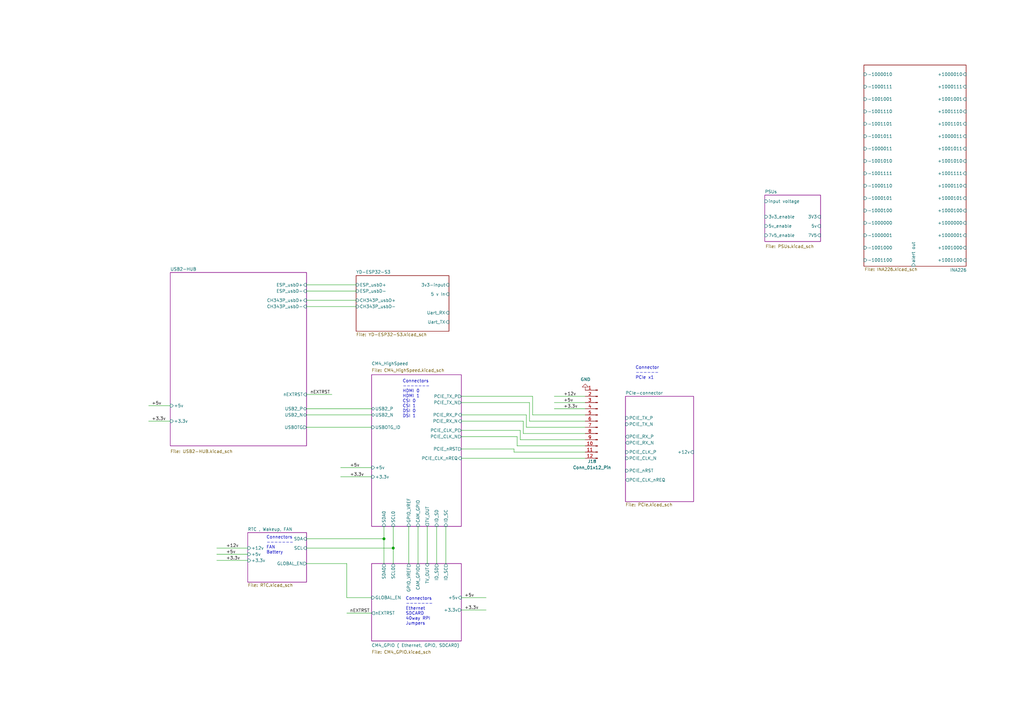
<source format=kicad_sch>
(kicad_sch (version 20231120) (generator "eeschema") (generator_version "8.0")
  (paper "A3")
  (title_block (title "Compute Module 4 IO Board - Top Level") (rev "1") (company "© 2020-2022 Raspberry Pi Ltd (formerly Raspberry Pi (Trading) Ltd.)") (comment 1 "www.raspberrypi.com"))
  (lib_symbols
    (symbol "Connector:Conn_01x12_Pin" (pin_names (offset 1.016) hide)
      (property "Reference" "J" (at 0 15.24 0))
      (property "Value" "Conn_01x12_Pin" (at 0 -17.78 0))
      (symbol "Conn_01x12_Pin_1_1"
        (polyline (pts (xy 1.27 -15.24) (xy 0.8636 -15.24)) (stroke (width 0.1524)))
        (polyline (pts (xy 1.27 -12.7) (xy 0.8636 -12.7)) (stroke (width 0.1524)))
        (polyline (pts (xy 1.27 -10.16) (xy 0.8636 -10.16)) (stroke (width 0.1524)))
        (polyline (pts (xy 1.27 -7.62) (xy 0.8636 -7.62)) (stroke (width 0.1524)))
        (polyline (pts (xy 1.27 -5.08) (xy 0.8636 -5.08)) (stroke (width 0.1524)))
        (polyline (pts (xy 1.27 -2.54) (xy 0.8636 -2.54)) (stroke (width 0.1524)))
        (polyline (pts (xy 1.27 0) (xy 0.8636 0)) (stroke (width 0.1524)))
        (polyline (pts (xy 1.27 2.54) (xy 0.8636 2.54)) (stroke (width 0.1524)))
        (polyline (pts (xy 1.27 5.08) (xy 0.8636 5.08)) (stroke (width 0.1524)))
        (polyline (pts (xy 1.27 7.62) (xy 0.8636 7.62)) (stroke (width 0.1524)))
        (polyline (pts (xy 1.27 10.16) (xy 0.8636 10.16)) (stroke (width 0.1524)))
        (polyline (pts (xy 1.27 12.7) (xy 0.8636 12.7)) (stroke (width 0.1524)))
        (rectangle (start 0.8636 -15.113) (end 0 -15.367) (stroke (width 0.1524)) (fill (type outline)))
        (rectangle (start 0.8636 -12.573) (end 0 -12.827) (stroke (width 0.1524)) (fill (type outline)))
        (rectangle (start 0.8636 -10.033) (end 0 -10.287) (stroke (width 0.1524)) (fill (type outline)))
        (rectangle (start 0.8636 -7.493) (end 0 -7.747) (stroke (width 0.1524)) (fill (type outline)))
        (rectangle (start 0.8636 -4.953) (end 0 -5.207) (stroke (width 0.1524)) (fill (type outline)))
        (rectangle (start 0.8636 -2.413) (end 0 -2.667) (stroke (width 0.1524)) (fill (type outline)))
        (rectangle (start 0.8636 0.127) (end 0 -0.127) (stroke (width 0.1524)) (fill (type outline)))
        (rectangle (start 0.8636 2.667) (end 0 2.413) (stroke (width 0.1524)) (fill (type outline)))
        (rectangle (start 0.8636 5.207) (end 0 4.953) (stroke (width 0.1524)) (fill (type outline)))
        (rectangle (start 0.8636 7.747) (end 0 7.493) (stroke (width 0.1524)) (fill (type outline)))
        (rectangle (start 0.8636 10.287) (end 0 10.033) (stroke (width 0.1524)) (fill (type outline)))
        (rectangle (start 0.8636 12.827) (end 0 12.573) (stroke (width 0.1524)) (fill (type outline)))
        (pin passive line (at 5.08 12.7 180) (length 3.81) (name "Pin_1") (number "1"))
        (pin passive line (at 5.08 -10.16 180) (length 3.81) (name "Pin_10") (number "10"))
        (pin passive line (at 5.08 -12.7 180) (length 3.81) (name "Pin_11") (number "11"))
        (pin passive line (at 5.08 -15.24 180) (length 3.81) (name "Pin_12") (number "12"))
        (pin passive line (at 5.08 10.16 180) (length 3.81) (name "Pin_2") (number "2"))
        (pin passive line (at 5.08 7.62 180) (length 3.81) (name "Pin_3") (number "3"))
        (pin passive line (at 5.08 5.08 180) (length 3.81) (name "Pin_4") (number "4"))
        (pin passive line (at 5.08 2.54 180) (length 3.81) (name "Pin_5") (number "5"))
        (pin passive line (at 5.08 0 180) (length 3.81) (name "Pin_6") (number "6"))
        (pin passive line (at 5.08 -2.54 180) (length 3.81) (name "Pin_7") (number "7"))
        (pin passive line (at 5.08 -5.08 180) (length 3.81) (name "Pin_8") (number "8"))
        (pin passive line (at 5.08 -7.62 180) (length 3.81) (name "Pin_9") (number "9"))
      )
    )
    (symbol "power:GND" (power) (pin_numbers hide) (pin_names (offset 0) hide)
      (property "Value" "GND" (at 0 -3.81 0))
      (symbol "GND_0_1"
        (polyline (pts (xy 0 0) (xy 0 -1.27) (xy 1.27 -1.27) (xy 0 -2.54) (xy -1.27 -1.27) (xy 0 -1.27)))
      )
      (symbol "GND_1_1"
        (pin power_in line (at 0 0 270) (length 0) (name "~") (number "1"))
      )
    )
  )
  (junction (at 161.29 224.79) (diameter 1.016))
  (junction (at 157.48 220.98) (diameter 1.016))
  (wire (pts (xy 240.03 175.26) (xy 215.9 175.26)))
  (wire (pts (xy 69.85 166.37) (xy 60.96 166.37)))
  (wire (pts (xy 189.23 170.18) (xy 215.9 170.18)))
  (wire (pts (xy 125.73 123.19) (xy 146.05 123.19)))
  (wire (pts (xy 125.73 161.798) (xy 136.144 161.798)))
  (wire (pts (xy 125.73 116.84) (xy 146.05 116.84)))
  (wire (pts (xy 227.33 162.56) (xy 240.03 162.56)))
  (wire (pts (xy 214.63 177.8) (xy 240.03 177.8)))
  (wire (pts (xy 189.23 184.15) (xy 210.82 184.15)))
  (wire (pts (xy 218.44 170.18) (xy 240.03 170.18)))
  (wire (pts (xy 240.03 172.72) (xy 217.17 172.72)))
  (wire (pts (xy 171.45 231.14) (xy 171.45 215.9)))
  (wire (pts (xy 157.48 215.9) (xy 157.48 220.98)))
  (wire (pts (xy 182.88 231.14) (xy 182.88 215.9)))
  (wire (pts (xy 167.64 215.9) (xy 167.64 231.14)))
  (wire (pts (xy 217.17 172.72) (xy 217.17 165.1)))
  (wire (pts (xy 240.03 185.42) (xy 210.82 185.42)))
  (wire (pts (xy 227.33 165.1) (xy 240.03 165.1)))
  (wire (pts (xy 189.23 250.19) (xy 199.39 250.19)))
  (wire (pts (xy 125.73 170.18) (xy 152.4 170.18)))
  (wire (pts (xy 161.29 224.79) (xy 161.29 215.9)))
  (wire (pts (xy 125.73 125.73) (xy 146.05 125.73)))
  (wire (pts (xy 213.36 180.34) (xy 213.36 176.53)))
  (wire (pts (xy 240.03 182.88) (xy 212.09 182.88)))
  (wire (pts (xy 189.23 172.72) (xy 214.63 172.72)))
  (wire (pts (xy 240.03 180.34) (xy 213.36 180.34)))
  (wire (pts (xy 125.73 224.79) (xy 161.29 224.79)))
  (wire (pts (xy 157.48 220.98) (xy 157.48 231.14)))
  (wire (pts (xy 139.7 191.77) (xy 152.4 191.77)))
  (wire (pts (xy 189.23 179.07) (xy 212.09 179.07)))
  (wire (pts (xy 69.85 172.72) (xy 60.96 172.72)))
  (wire (pts (xy 125.73 119.38) (xy 146.05 119.38)))
  (wire (pts (xy 125.73 220.98) (xy 157.48 220.98)))
  (wire (pts (xy 88.9 227.33) (xy 101.6 227.33)))
  (wire (pts (xy 210.82 185.42) (xy 210.82 184.15)))
  (wire (pts (xy 240.03 167.64) (xy 227.33 167.64)))
  (wire (pts (xy 218.44 162.56) (xy 218.44 170.18)))
  (wire (pts (xy 212.09 182.88) (xy 212.09 179.07)))
  (wire (pts (xy 179.07 215.9) (xy 179.07 231.14)))
  (wire (pts (xy 125.73 231.14) (xy 142.24 231.14)))
  (wire (pts (xy 175.26 231.14) (xy 175.26 215.9)))
  (wire (pts (xy 125.73 175.26) (xy 152.4 175.26)))
  (wire (pts (xy 101.6 229.87) (xy 88.9 229.87)))
  (wire (pts (xy 214.63 172.72) (xy 214.63 177.8)))
  (wire (pts (xy 152.4 195.58) (xy 139.7 195.58)))
  (wire (pts (xy 199.39 245.11) (xy 189.23 245.11)))
  (wire (pts (xy 189.23 187.96) (xy 240.03 187.96)))
  (wire (pts (xy 189.23 176.53) (xy 213.36 176.53)))
  (wire (pts (xy 125.73 167.64) (xy 152.4 167.64)))
  (wire (pts (xy 88.9 224.79) (xy 101.6 224.79)))
  (wire (pts (xy 142.24 251.46) (xy 152.4 251.46)))
  (wire (pts (xy 189.23 162.56) (xy 218.44 162.56)))
  (wire (pts (xy 142.24 245.11) (xy 142.24 231.14)))
  (wire (pts (xy 217.17 165.1) (xy 189.23 165.1)))
  (wire (pts (xy 161.29 231.14) (xy 161.29 224.79)))
  (wire (pts (xy 152.4 245.11) (xy 142.24 245.11)))
  (wire (pts (xy 215.9 175.26) (xy 215.9 170.18)))
  (text "Connectors\n-------\nFAN\nBattery" (at 109.22 227.33 0) (effects (font (size 1.27 1.27)) (justify left bottom)))
  (text "Connector\n------\nPCIe x1" (at 260.604 155.702 0) (effects (font (size 1.27 1.27)) (justify left bottom)))
  (text "Connectors\n-------\nEthernet\nSDCARD\n40way RPI\nJumpers" (at 166.37 256.54 0) (effects (font (size 1.27 1.27)) (justify left bottom)))
  (text "Connectors\n-------\nHDMI 0\nHDMI 1\nCSI 0\nCSI 1\nDSI 0\nDSI 1" (at 165.1 171.45 0) (effects (font (size 1.27 1.27)) (justify left bottom)))
  (label "+12v" (at 92.71 224.79 0))
  (label "+5v" (at 190.5 245.11 0))
  (label "+5v" (at 143.51 191.77 0))
  (label "+5v" (at 92.71 227.33 0))
  (label "+3.3v" (at 62.23 172.72 0))
  (label "+3.3v" (at 231.14 167.64 0))
  (label "+5v" (at 231.14 165.1 0))
  (label "+3.3v" (at 92.71 229.87 0))
  (label "+3.3v" (at 190.5 250.19 0))
  (label "+5v" (at 62.23 166.37 0))
  (label "nEXTRST" (at 127.254 161.798 0))
  (label "+3.3v" (at 143.51 195.58 0))
  (label "+12v" (at 231.14 162.56 0))
  (label "nEXTRST" (at 143.51 251.46 0))
  (symbol (lib_id "Connector:Conn_01x12_Pin") (at 245.11 172.72 0) (mirror y) (unit 1)
    (property "Reference" "J18" (at 242.824 189.23 0))
    (property "Value" "Conn_01x12_Pin" (at 242.824 191.77 0))
    (property "Footprint" "Connector_PinHeader_2.54mm:PinHeader_1x12_P2.54mm_Vertical" (effects (hide yes)))
    (property "Description" "Generic connector, single row, 01x12, script generated" (effects (hide yes)))
  )
  (symbol (lib_id "power:GND") (at 240.03 160.02 0) (mirror x) (unit 1)
    (property "Reference" "#PWR036" (effects (hide yes)))
    (property "Value" "GND" (at 240.157 155.6258 0))
    (property "Description" "Power symbol creates a global label with name \"GND\" , ground" (effects (hide yes)))
  )
  (sheet (at 152.4 231.14) (size 36.83 31.75) (stroke (width 0.1524) (color 132 0 132 1)) (fill (color 255 255 255 0.0000))
    (property "Sheetname" "CM4_GPIO ( Ethernet, GPIO, SDCARD)" (at 152.4 265.43 0) (effects (justify left bottom)))
    (property "Sheetfile" "CM4_GPIO.kicad_sch" (at 152.4 266.7 0) (effects (justify left top)))
    (pin "ID_SC" output (at 182.88 231.14 90))
    (pin "ID_SD" output (at 179.07 231.14 90))
    (pin "CAM_GPIO" output (at 171.45 231.14 90))
    (pin "SCL0" output (at 161.29 231.14 90))
    (pin "SDA0" output (at 157.48 231.14 90))
    (pin "+5v" input (at 189.23 245.11 0))
    (pin "+3.3v" output (at 189.23 250.19 0))
    (pin "nEXTRST" output (at 152.4 251.46 180))
    (pin "GLOBAL_EN" input (at 152.4 245.11 180))
    (pin "GPIO_VREF" output (at 167.64 231.14 90))
    (pin "TV_OUT" input (at 175.26 231.14 90))
  )
  (sheet (at 152.4 153.67) (size 36.83 62.23) (stroke (width 0.1524) (color 132 0 132 1)) (fill (color 255 255 255 0.0000))
    (property "Sheetname" "CM4_HighSpeed" (at 152.4 149.86 0) (effects (justify left bottom)))
    (property "Sheetfile" "CM4_HighSpeed.kicad_sch" (at 152.4 151.13 0) (effects (justify left top)))
    (pin "USB2_N" bidirectional (at 152.4 170.18 180))
    (pin "USB2_P" bidirectional (at 152.4 167.64 180))
    (pin "ID_SC" input (at 182.88 215.9 270))
    (pin "ID_SD" input (at 179.07 215.9 270))
    (pin "CAM_GPIO" input (at 171.45 215.9 270))
    (pin "SCL0" input (at 161.29 215.9 270))
    (pin "SDA0" input (at 157.48 215.9 270))
    (pin "+5v" input (at 152.4 191.77 180))
    (pin "PCIE_CLK_P" output (at 189.23 176.53 0))
    (pin "PCIE_CLK_N" output (at 189.23 179.07 0))
    (pin "PCIE_TX_P" output (at 189.23 162.56 0))
    (pin "PCIE_TX_N" output (at 189.23 165.1 0))
    (pin "PCIE_nRST" output (at 189.23 184.15 0))
    (pin "PCIE_RX_P" input (at 189.23 170.18 0))
    (pin "PCIE_RX_N" input (at 189.23 172.72 0))
    (pin "PCIE_CLK_nREQ" input (at 189.23 187.96 0))
    (pin "+3.3v" input (at 152.4 195.58 180))
    (pin "USBOTG_ID" input (at 152.4 175.26 180))
    (pin "GPIO_VREF" input (at 167.64 215.9 270))
    (pin "TV_OUT" output (at 175.26 215.9 270))
  )
  (sheet (at 313.69 80.01) (size 22.86 19.05) (stroke (width 0.1524) (color 132 0 132 1)) (fill (color 255 255 255 0.0000))
    (property "Sheetname" "PSUs" (at 313.69 79.3745 0) (effects (justify left bottom)))
    (property "Sheetfile" "PSUs.kicad_sch" (at 313.944 100.33 0) (effects (justify left top)))
    (pin "3v3_enable" input (at 313.69 88.9 180))
    (pin "input voltage" input (at 313.69 82.55 180))
    (pin "5v" input (at 336.55 92.71 0))
    (pin "5v_enable" input (at 313.69 92.71 180))
    (pin "3V3" input (at 336.55 88.9 0))
    (pin "7v5_enable" input (at 313.69 96.52 180))
    (pin "7V5" input (at 336.55 96.52 0))
  )
  (sheet (at 69.85 111.76) (size 55.88 71.12) (stroke (width 0.1524) (color 132 0 132 1)) (fill (color 255 255 255 0.0000))
    (property "Sheetname" "USB2-HUB" (at 69.85 111.1245 0) (effects (justify left bottom)))
    (property "Sheetfile" "USB2-HUB.kicad_sch" (at 69.85 184.404 0) (effects (justify left top)))
    (pin "USB2_N" bidirectional (at 125.73 170.18 0))
    (pin "USB2_P" bidirectional (at 125.73 167.64 0))
    (pin "+5v" input (at 69.85 166.37 180))
    (pin "+3.3v" input (at 69.85 172.72 180))
    (pin "nEXTRST" input (at 125.73 161.798 0))
    (pin "USBOTG" output (at 125.73 175.26 0))
    (pin "ESP_usbD+" input (at 125.73 116.84 0))
    (pin "ESP_usbD-" input (at 125.73 119.38 0))
    (pin "CH343P_usbD+" input (at 125.73 123.19 0))
    (pin "CH343P_usbD-" input (at 125.73 125.73 0))
  )
  (sheet (at 101.6 218.44) (size 24.13 20.32) (stroke (width 0.1524) (color 132 0 132 1)) (fill (color 255 255 255 0.0000))
    (property "Sheetname" "RTC , Wakeup, FAN" (at 101.6 217.8045 0) (effects (justify left bottom)))
    (property "Sheetfile" "RTC.kicad_sch" (at 101.6 239.2685 0) (effects (justify left top)))
    (pin "SCL" input (at 125.73 224.79 0))
    (pin "SDA" input (at 125.73 220.98 0))
    (pin "+5v" input (at 101.6 227.33 180))
    (pin "+3.3v" input (at 101.6 229.87 180))
    (pin "GLOBAL_EN" output (at 125.73 231.14 0))
    (pin "+12v" input (at 101.6 224.79 180))
  )
  (sheet (at 256.54 162.56) (size 27.94 43.18) (stroke (width 0.152) (color 132 0 132 1)) (fill (color 255 255 255 0.0000))
    (property "Sheetname" "PCIe-connector" (at 256.54 161.924 0) (effects (justify left bottom)))
    (property "Sheetfile" "PCIe.kicad_sch" (at 256.54 206.2485 0) (effects (justify left top)))
    (pin "PCIE_CLK_P" input (at 256.54 185.42 180))
    (pin "PCIE_CLK_N" input (at 256.54 187.96 180))
    (pin "PCIE_TX_P" input (at 256.54 171.45 180))
    (pin "PCIE_TX_N" input (at 256.54 173.99 180))
    (pin "PCIE_CLK_nREQ" output (at 256.54 196.85 180))
    (pin "PCIE_nRST" input (at 256.54 193.04 180))
    (pin "PCIE_RX_P" output (at 256.54 179.07 180))
    (pin "PCIE_RX_N" output (at 256.54 181.61 180))
    (pin "+12v" input (at 284.48 185.42 0))
  )
  (sheet (at 146.05 113.03) (size 38.1 22.86) (stroke (width 0.1524))
    (property "Sheetname" "YD-ESP32-S3" (at 146.05 112.3184 0) (effects (justify left bottom)))
    (property "Sheetfile" "YD-ESP32-S3.kicad_sch" (at 146.05 136.4746 0) (effects (justify left top)))
    (pin "3v3-input" input (at 184.15 116.84 0))
    (pin "ESP_usbD+" input (at 146.05 116.84 180))
    (pin "ESP_usbD-" input (at 146.05 119.38 180))
    (pin "5 v In" input (at 184.15 120.65 0))
    (pin "CH343P_usbD+" input (at 146.05 123.19 180))
    (pin "CH343P_usbD-" input (at 146.05 125.73 180))
    (pin "Uart_RX" input (at 184.15 128.27 0))
    (pin "Uart_TX" input (at 184.15 132.08 0))
  )
  (sheet (at 354.33 26.67) (size 41.91 82.55) (stroke (width 0.1524))
    (property "Sheetname" "INA226" (at 389.636 111.506 0) (effects (justify left bottom)))
    (property "Sheetfile" "INA226.kicad_sch" (at 354.584 109.728 0) (effects (justify left top)))
    (pin "-1000000" input (at 354.33 91.44 180))
    (pin "+1000000" input (at 396.24 91.44 0))
    (pin "alert out" input (at 374.65 109.22 270))
    (pin "-1000001" input (at 354.33 96.52 180))
    (pin "+1000001" input (at 396.24 96.52 0))
    (pin "-1001000" input (at 354.33 101.6 180))
    (pin "+1001000" input (at 396.24 101.6 0))
    (pin "-1001100" input (at 354.33 106.68 180))
    (pin "+1001100" input (at 396.24 106.68 0))
    (pin "-1000100" input (at 354.33 86.36 180))
    (pin "+1000100" input (at 396.24 86.36 0))
    (pin "-1000101" input (at 354.33 81.28 180))
    (pin "+1000101" input (at 396.24 81.28 0))
    (pin "-1001010" input (at 354.33 66.04 180))
    (pin "+1001010" input (at 396.24 66.04 0))
    (pin "-1001110" input (at 354.33 45.72 180))
    (pin "-1001101" input (at 354.33 50.8 180))
    (pin "+1001110" input (at 396.24 45.72 0))
    (pin "-1001001" input (at 354.33 40.64 180))
    (pin "+1001001" input (at 396.24 40.64 0))
    (pin "-1000111" input (at 354.33 35.56 180))
    (pin "+1000111" input (at 396.24 35.56 0))
    (pin "-1001011" input (at 354.33 55.88 180))
    (pin "+1001011" input (at 396.24 60.96 0))
    (pin "-1001111" input (at 354.33 71.12 180))
    (pin "+1001111" input (at 396.24 71.12 0))
    (pin "+1001101" input (at 396.24 50.8 0))
    (pin "-1000011" input (at 354.33 60.96 180))
    (pin "+1000011" input (at 396.24 55.88 0))
    (pin "-1000110" input (at 354.33 76.2 180))
    (pin "+1000110" input (at 396.24 76.2 0))
    (pin "-1000010" input (at 354.33 30.48 180))
    (pin "+1000010" input (at 396.24 30.48 0))
  )
)
</source>
